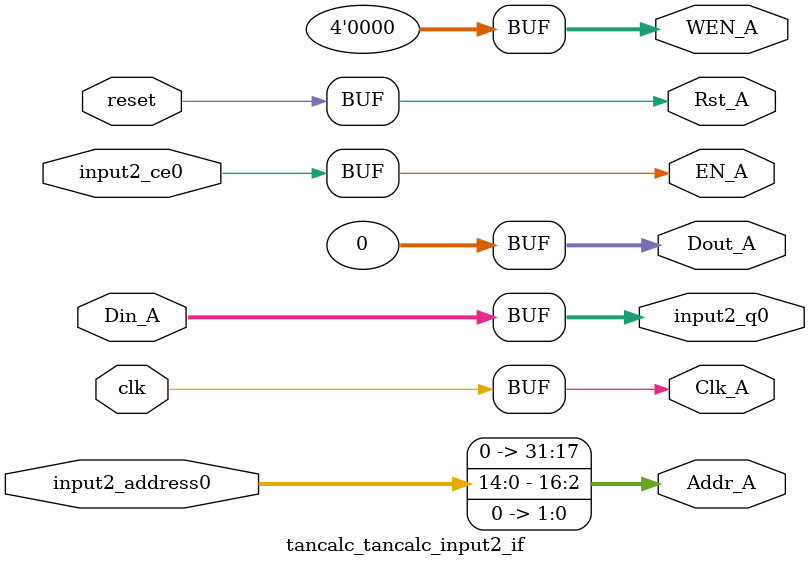
<source format=v>

`timescale 1ns/1ps

module tancalc_tancalc_input2_if (
    // system singals
    input  wire        clk,
    input  wire        reset,
    // user signals
    input  wire [14:0] input2_address0,
    input  wire        input2_ce0,
    output wire [31:0] input2_q0,
    // bus signals
    output wire        Clk_A,
    output wire        Rst_A,
    output wire        EN_A,
    output wire [3:0]  WEN_A,
    output wire [31:0] Addr_A,
    output wire [31:0] Dout_A,
    input  wire [31:0] Din_A
);
//------------------------Body---------------------------
assign Clk_A     = clk;
assign Rst_A     = reset;
assign EN_A      = input2_ce0;
assign Addr_A    = {input2_address0, 2'b0};
assign WEN_A     = 4'b0;
assign Dout_A    = 32'b0;
assign input2_q0 = Din_A[31:0];

endmodule

</source>
